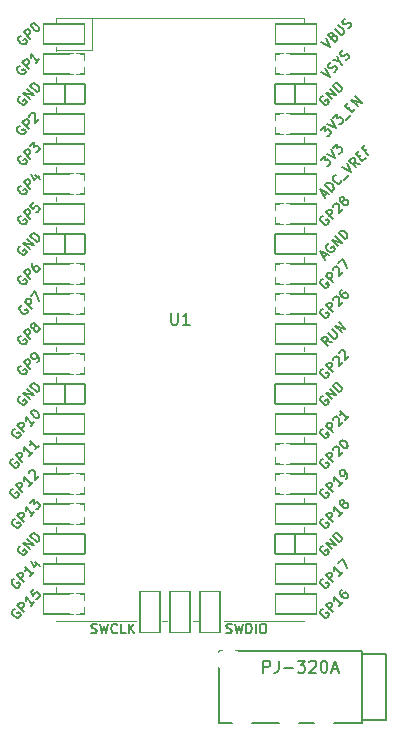
<source format=gbr>
%TF.GenerationSoftware,KiCad,Pcbnew,6.0.7-1.fc36*%
%TF.CreationDate,2022-09-26T09:29:46-04:00*%
%TF.ProjectId,junk,6a756e6b-2e6b-4696-9361-645f70636258,v1.0.0*%
%TF.SameCoordinates,Original*%
%TF.FileFunction,Legend,Top*%
%TF.FilePolarity,Positive*%
%FSLAX46Y46*%
G04 Gerber Fmt 4.6, Leading zero omitted, Abs format (unit mm)*
G04 Created by KiCad (PCBNEW 6.0.7-1.fc36) date 2022-09-26 09:29:46*
%MOMM*%
%LPD*%
G01*
G04 APERTURE LIST*
G04 Aperture macros list*
%AMRoundRect*
0 Rectangle with rounded corners*
0 $1 Rounding radius*
0 $2 $3 $4 $5 $6 $7 $8 $9 X,Y pos of 4 corners*
0 Add a 4 corners polygon primitive as box body*
4,1,4,$2,$3,$4,$5,$6,$7,$8,$9,$2,$3,0*
0 Add four circle primitives for the rounded corners*
1,1,$1+$1,$2,$3*
1,1,$1+$1,$4,$5*
1,1,$1+$1,$6,$7*
1,1,$1+$1,$8,$9*
0 Add four rect primitives between the rounded corners*
20,1,$1+$1,$2,$3,$4,$5,0*
20,1,$1+$1,$4,$5,$6,$7,0*
20,1,$1+$1,$6,$7,$8,$9,0*
20,1,$1+$1,$8,$9,$2,$3,0*%
G04 Aperture macros list end*
%ADD10C,0.150000*%
%ADD11C,0.120000*%
%ADD12C,1.800000*%
%ADD13C,3.500000*%
%ADD14C,2.100000*%
%ADD15C,1.600000*%
%ADD16O,2.300000X1.700000*%
%ADD17O,1.600000X1.600000*%
%ADD18O,1.900000X1.900000*%
%ADD19O,1.800000X1.800000*%
%ADD20RoundRect,0.050000X-1.750000X-0.850000X1.750000X-0.850000X1.750000X0.850000X-1.750000X0.850000X0*%
%ADD21RoundRect,0.050000X-0.850000X-0.850000X0.850000X-0.850000X0.850000X0.850000X-0.850000X0.850000X0*%
%ADD22RoundRect,0.050000X0.850000X-1.750000X0.850000X1.750000X-0.850000X1.750000X-0.850000X-1.750000X0*%
G04 APERTURE END LIST*
D10*
%TO.C,U2*%
X281090952Y-186712380D02*
X281090952Y-185712380D01*
X281471904Y-185712380D01*
X281567142Y-185760000D01*
X281614761Y-185807619D01*
X281662380Y-185902857D01*
X281662380Y-186045714D01*
X281614761Y-186140952D01*
X281567142Y-186188571D01*
X281471904Y-186236190D01*
X281090952Y-186236190D01*
X282376666Y-185712380D02*
X282376666Y-186426666D01*
X282329047Y-186569523D01*
X282233809Y-186664761D01*
X282090952Y-186712380D01*
X281995714Y-186712380D01*
X282852857Y-186331428D02*
X283614761Y-186331428D01*
X283995714Y-185712380D02*
X284614761Y-185712380D01*
X284281428Y-186093333D01*
X284424285Y-186093333D01*
X284519523Y-186140952D01*
X284567142Y-186188571D01*
X284614761Y-186283809D01*
X284614761Y-186521904D01*
X284567142Y-186617142D01*
X284519523Y-186664761D01*
X284424285Y-186712380D01*
X284138571Y-186712380D01*
X284043333Y-186664761D01*
X283995714Y-186617142D01*
X284995714Y-185807619D02*
X285043333Y-185760000D01*
X285138571Y-185712380D01*
X285376666Y-185712380D01*
X285471904Y-185760000D01*
X285519523Y-185807619D01*
X285567142Y-185902857D01*
X285567142Y-185998095D01*
X285519523Y-186140952D01*
X284948095Y-186712380D01*
X285567142Y-186712380D01*
X286186190Y-185712380D02*
X286281428Y-185712380D01*
X286376666Y-185760000D01*
X286424285Y-185807619D01*
X286471904Y-185902857D01*
X286519523Y-186093333D01*
X286519523Y-186331428D01*
X286471904Y-186521904D01*
X286424285Y-186617142D01*
X286376666Y-186664761D01*
X286281428Y-186712380D01*
X286186190Y-186712380D01*
X286090952Y-186664761D01*
X286043333Y-186617142D01*
X285995714Y-186521904D01*
X285948095Y-186331428D01*
X285948095Y-186093333D01*
X285995714Y-185902857D01*
X286043333Y-185807619D01*
X286090952Y-185760000D01*
X286186190Y-185712380D01*
X286900476Y-186426666D02*
X287376666Y-186426666D01*
X286805238Y-186712380D02*
X287138571Y-185712380D01*
X287471904Y-186712380D01*
%TO.C,U1*%
X273278095Y-156252380D02*
X273278095Y-157061904D01*
X273325714Y-157157142D01*
X273373333Y-157204761D01*
X273468571Y-157252380D01*
X273659047Y-157252380D01*
X273754285Y-157204761D01*
X273801904Y-157157142D01*
X273849523Y-157061904D01*
X273849523Y-156252380D01*
X274849523Y-157252380D02*
X274278095Y-157252380D01*
X274563809Y-157252380D02*
X274563809Y-156252380D01*
X274468571Y-156395238D01*
X274373333Y-156490476D01*
X274278095Y-156538095D01*
X286137722Y-166090592D02*
X286056910Y-166117529D01*
X285976097Y-166198341D01*
X285922223Y-166306091D01*
X285922223Y-166413841D01*
X285949160Y-166494653D01*
X286029972Y-166629340D01*
X286110784Y-166710152D01*
X286245471Y-166790964D01*
X286326284Y-166817902D01*
X286434033Y-166817902D01*
X286541783Y-166764027D01*
X286595658Y-166710152D01*
X286649532Y-166602402D01*
X286649532Y-166548528D01*
X286460971Y-166359966D01*
X286353221Y-166467715D01*
X286945844Y-166359966D02*
X286380158Y-165794280D01*
X286595658Y-165578781D01*
X286676470Y-165551844D01*
X286730345Y-165551844D01*
X286811157Y-165578781D01*
X286891969Y-165659593D01*
X286918906Y-165740406D01*
X286918906Y-165794280D01*
X286891969Y-165875093D01*
X286676470Y-166090592D01*
X286972781Y-165309407D02*
X286972781Y-165255532D01*
X286999719Y-165174720D01*
X287134406Y-165040033D01*
X287215218Y-165013096D01*
X287269093Y-165013096D01*
X287349905Y-165040033D01*
X287403780Y-165093908D01*
X287457654Y-165201658D01*
X287457654Y-165848155D01*
X287807841Y-165497969D01*
X288346589Y-164959221D02*
X288023340Y-165282470D01*
X288184964Y-165120845D02*
X287619279Y-164555160D01*
X287646216Y-164689847D01*
X287646216Y-164797597D01*
X287619279Y-164878409D01*
X286137722Y-173700592D02*
X286056910Y-173727529D01*
X285976097Y-173808341D01*
X285922223Y-173916091D01*
X285922223Y-174023841D01*
X285949160Y-174104653D01*
X286029972Y-174239340D01*
X286110784Y-174320152D01*
X286245471Y-174400964D01*
X286326284Y-174427902D01*
X286434033Y-174427902D01*
X286541783Y-174374027D01*
X286595658Y-174320152D01*
X286649532Y-174212402D01*
X286649532Y-174158528D01*
X286460971Y-173969966D01*
X286353221Y-174077715D01*
X286945844Y-173969966D02*
X286380158Y-173404280D01*
X286595658Y-173188781D01*
X286676470Y-173161844D01*
X286730345Y-173161844D01*
X286811157Y-173188781D01*
X286891969Y-173269593D01*
X286918906Y-173350406D01*
X286918906Y-173404280D01*
X286891969Y-173485093D01*
X286676470Y-173700592D01*
X287807841Y-173107969D02*
X287484592Y-173431218D01*
X287646216Y-173269593D02*
X287080531Y-172703908D01*
X287107468Y-172838595D01*
X287107468Y-172946345D01*
X287080531Y-173027157D01*
X287807841Y-172461471D02*
X287727028Y-172488409D01*
X287673154Y-172488409D01*
X287592341Y-172461471D01*
X287565404Y-172434534D01*
X287538467Y-172353722D01*
X287538467Y-172299847D01*
X287565404Y-172219035D01*
X287673154Y-172111285D01*
X287753966Y-172084348D01*
X287807841Y-172084348D01*
X287888653Y-172111285D01*
X287915590Y-172138223D01*
X287942528Y-172219035D01*
X287942528Y-172272910D01*
X287915590Y-172353722D01*
X287807841Y-172461471D01*
X287780903Y-172542284D01*
X287780903Y-172596158D01*
X287807841Y-172676971D01*
X287915590Y-172784720D01*
X287996402Y-172811658D01*
X288050277Y-172811658D01*
X288131089Y-172784720D01*
X288238839Y-172676971D01*
X288265776Y-172596158D01*
X288265776Y-172542284D01*
X288238839Y-172461471D01*
X288131089Y-172353722D01*
X288050277Y-172326784D01*
X287996402Y-172326784D01*
X287915590Y-172353722D01*
X286191597Y-151540964D02*
X286460971Y-151271590D01*
X286299346Y-151756463D02*
X285922223Y-151002216D01*
X286676470Y-151379340D01*
X286622595Y-150355719D02*
X286541783Y-150382656D01*
X286460971Y-150463468D01*
X286407096Y-150571218D01*
X286407096Y-150678967D01*
X286434033Y-150759780D01*
X286514845Y-150894467D01*
X286595658Y-150975279D01*
X286730345Y-151056091D01*
X286811157Y-151083028D01*
X286918906Y-151083028D01*
X287026656Y-151029154D01*
X287080531Y-150975279D01*
X287134406Y-150867529D01*
X287134406Y-150813654D01*
X286945844Y-150625093D01*
X286838094Y-150732842D01*
X287430717Y-150625093D02*
X286865032Y-150059407D01*
X287753966Y-150301844D01*
X287188280Y-149736158D01*
X288023340Y-150032470D02*
X287457654Y-149466784D01*
X287592341Y-149332097D01*
X287700091Y-149278223D01*
X287807841Y-149278223D01*
X287888653Y-149305160D01*
X288023340Y-149385972D01*
X288104152Y-149466784D01*
X288184964Y-149601471D01*
X288211902Y-149682284D01*
X288211902Y-149790033D01*
X288158027Y-149897783D01*
X288023340Y-150032470D01*
X286137722Y-181320592D02*
X286056910Y-181347529D01*
X285976097Y-181428341D01*
X285922223Y-181536091D01*
X285922223Y-181643841D01*
X285949160Y-181724653D01*
X286029972Y-181859340D01*
X286110784Y-181940152D01*
X286245471Y-182020964D01*
X286326284Y-182047902D01*
X286434033Y-182047902D01*
X286541783Y-181994027D01*
X286595658Y-181940152D01*
X286649532Y-181832402D01*
X286649532Y-181778528D01*
X286460971Y-181589966D01*
X286353221Y-181697715D01*
X286945844Y-181589966D02*
X286380158Y-181024280D01*
X286595658Y-180808781D01*
X286676470Y-180781844D01*
X286730345Y-180781844D01*
X286811157Y-180808781D01*
X286891969Y-180889593D01*
X286918906Y-180970406D01*
X286918906Y-181024280D01*
X286891969Y-181105093D01*
X286676470Y-181320592D01*
X287807841Y-180727969D02*
X287484592Y-181051218D01*
X287646216Y-180889593D02*
X287080531Y-180323908D01*
X287107468Y-180458595D01*
X287107468Y-180566345D01*
X287080531Y-180647157D01*
X287727028Y-179677410D02*
X287619279Y-179785160D01*
X287592341Y-179865972D01*
X287592341Y-179919847D01*
X287619279Y-180054534D01*
X287700091Y-180189221D01*
X287915590Y-180404720D01*
X287996402Y-180431658D01*
X288050277Y-180431658D01*
X288131089Y-180404720D01*
X288238839Y-180296971D01*
X288265776Y-180216158D01*
X288265776Y-180162284D01*
X288238839Y-180081471D01*
X288104152Y-179946784D01*
X288023340Y-179919847D01*
X287969465Y-179919847D01*
X287888653Y-179946784D01*
X287780903Y-180054534D01*
X287753966Y-180135346D01*
X287753966Y-180189221D01*
X287780903Y-180270033D01*
X260453096Y-135321218D02*
X260372284Y-135348155D01*
X260291471Y-135428967D01*
X260237597Y-135536717D01*
X260237597Y-135644467D01*
X260264534Y-135725279D01*
X260345346Y-135859966D01*
X260426158Y-135940778D01*
X260560845Y-136021590D01*
X260641658Y-136048528D01*
X260749407Y-136048528D01*
X260857157Y-135994653D01*
X260911032Y-135940778D01*
X260964906Y-135833028D01*
X260964906Y-135779154D01*
X260776345Y-135590592D01*
X260668595Y-135698341D01*
X261261218Y-135590592D02*
X260695532Y-135024906D01*
X260911032Y-134809407D01*
X260991844Y-134782470D01*
X261045719Y-134782470D01*
X261126531Y-134809407D01*
X261207343Y-134890219D01*
X261234280Y-134971032D01*
X261234280Y-135024906D01*
X261207343Y-135105719D01*
X260991844Y-135321218D01*
X262123215Y-134728595D02*
X261799966Y-135051844D01*
X261961590Y-134890219D02*
X261395905Y-134324534D01*
X261422842Y-134459221D01*
X261422842Y-134566971D01*
X261395905Y-134647783D01*
X260029722Y-181320592D02*
X259948910Y-181347529D01*
X259868097Y-181428341D01*
X259814223Y-181536091D01*
X259814223Y-181643841D01*
X259841160Y-181724653D01*
X259921972Y-181859340D01*
X260002784Y-181940152D01*
X260137471Y-182020964D01*
X260218284Y-182047902D01*
X260326033Y-182047902D01*
X260433783Y-181994027D01*
X260487658Y-181940152D01*
X260541532Y-181832402D01*
X260541532Y-181778528D01*
X260352971Y-181589966D01*
X260245221Y-181697715D01*
X260837844Y-181589966D02*
X260272158Y-181024280D01*
X260487658Y-180808781D01*
X260568470Y-180781844D01*
X260622345Y-180781844D01*
X260703157Y-180808781D01*
X260783969Y-180889593D01*
X260810906Y-180970406D01*
X260810906Y-181024280D01*
X260783969Y-181105093D01*
X260568470Y-181320592D01*
X261699841Y-180727969D02*
X261376592Y-181051218D01*
X261538216Y-180889593D02*
X260972531Y-180323908D01*
X260999468Y-180458595D01*
X260999468Y-180566345D01*
X260972531Y-180647157D01*
X261645966Y-179650473D02*
X261376592Y-179919847D01*
X261619028Y-180216158D01*
X261619028Y-180162284D01*
X261645966Y-180081471D01*
X261780653Y-179946784D01*
X261861465Y-179919847D01*
X261915340Y-179919847D01*
X261996152Y-179946784D01*
X262130839Y-180081471D01*
X262157776Y-180162284D01*
X262157776Y-180216158D01*
X262130839Y-180296971D01*
X261996152Y-180431658D01*
X261915340Y-180458595D01*
X261861465Y-180458595D01*
X260526158Y-175998155D02*
X260445346Y-176025093D01*
X260364534Y-176105905D01*
X260310659Y-176213654D01*
X260310659Y-176321404D01*
X260337597Y-176402216D01*
X260418409Y-176536903D01*
X260499221Y-176617715D01*
X260633908Y-176698528D01*
X260714720Y-176725465D01*
X260822470Y-176725465D01*
X260930219Y-176671590D01*
X260984094Y-176617715D01*
X261037969Y-176509966D01*
X261037969Y-176456091D01*
X260849407Y-176267529D01*
X260741658Y-176375279D01*
X261334280Y-176267529D02*
X260768595Y-175701844D01*
X261657529Y-175944280D01*
X261091844Y-175378595D01*
X261926903Y-175674906D02*
X261361218Y-175109221D01*
X261495905Y-174974534D01*
X261603654Y-174920659D01*
X261711404Y-174920659D01*
X261792216Y-174947597D01*
X261926903Y-175028409D01*
X262007715Y-175109221D01*
X262088528Y-175243908D01*
X262115465Y-175324720D01*
X262115465Y-175432470D01*
X262061590Y-175540219D01*
X261926903Y-175674906D01*
X277944761Y-183323809D02*
X278059047Y-183361904D01*
X278249523Y-183361904D01*
X278325714Y-183323809D01*
X278363809Y-183285714D01*
X278401904Y-183209523D01*
X278401904Y-183133333D01*
X278363809Y-183057142D01*
X278325714Y-183019047D01*
X278249523Y-182980952D01*
X278097142Y-182942857D01*
X278020952Y-182904761D01*
X277982857Y-182866666D01*
X277944761Y-182790476D01*
X277944761Y-182714285D01*
X277982857Y-182638095D01*
X278020952Y-182600000D01*
X278097142Y-182561904D01*
X278287619Y-182561904D01*
X278401904Y-182600000D01*
X278668571Y-182561904D02*
X278859047Y-183361904D01*
X279011428Y-182790476D01*
X279163809Y-183361904D01*
X279354285Y-182561904D01*
X279659047Y-183361904D02*
X279659047Y-182561904D01*
X279849523Y-182561904D01*
X279963809Y-182600000D01*
X280040000Y-182676190D01*
X280078095Y-182752380D01*
X280116190Y-182904761D01*
X280116190Y-183019047D01*
X280078095Y-183171428D01*
X280040000Y-183247619D01*
X279963809Y-183323809D01*
X279849523Y-183361904D01*
X279659047Y-183361904D01*
X280459047Y-183361904D02*
X280459047Y-182561904D01*
X280992380Y-182561904D02*
X281144761Y-182561904D01*
X281220952Y-182600000D01*
X281297142Y-182676190D01*
X281335238Y-182828571D01*
X281335238Y-183095238D01*
X281297142Y-183247619D01*
X281220952Y-183323809D01*
X281144761Y-183361904D01*
X280992380Y-183361904D01*
X280916190Y-183323809D01*
X280840000Y-183247619D01*
X280801904Y-183095238D01*
X280801904Y-182828571D01*
X280840000Y-182676190D01*
X280916190Y-182600000D01*
X280992380Y-182561904D01*
X286126158Y-175998155D02*
X286045346Y-176025093D01*
X285964534Y-176105905D01*
X285910659Y-176213654D01*
X285910659Y-176321404D01*
X285937597Y-176402216D01*
X286018409Y-176536903D01*
X286099221Y-176617715D01*
X286233908Y-176698528D01*
X286314720Y-176725465D01*
X286422470Y-176725465D01*
X286530219Y-176671590D01*
X286584094Y-176617715D01*
X286637969Y-176509966D01*
X286637969Y-176456091D01*
X286449407Y-176267529D01*
X286341658Y-176375279D01*
X286934280Y-176267529D02*
X286368595Y-175701844D01*
X287257529Y-175944280D01*
X286691844Y-175378595D01*
X287526903Y-175674906D02*
X286961218Y-175109221D01*
X287095905Y-174974534D01*
X287203654Y-174920659D01*
X287311404Y-174920659D01*
X287392216Y-174947597D01*
X287526903Y-175028409D01*
X287607715Y-175109221D01*
X287688528Y-175243908D01*
X287715465Y-175324720D01*
X287715465Y-175432470D01*
X287661590Y-175540219D01*
X287526903Y-175674906D01*
X259883722Y-168620592D02*
X259802910Y-168647529D01*
X259722097Y-168728341D01*
X259668223Y-168836091D01*
X259668223Y-168943841D01*
X259695160Y-169024653D01*
X259775972Y-169159340D01*
X259856784Y-169240152D01*
X259991471Y-169320964D01*
X260072284Y-169347902D01*
X260180033Y-169347902D01*
X260287783Y-169294027D01*
X260341658Y-169240152D01*
X260395532Y-169132402D01*
X260395532Y-169078528D01*
X260206971Y-168889966D01*
X260099221Y-168997715D01*
X260691844Y-168889966D02*
X260126158Y-168324280D01*
X260341658Y-168108781D01*
X260422470Y-168081844D01*
X260476345Y-168081844D01*
X260557157Y-168108781D01*
X260637969Y-168189593D01*
X260664906Y-168270406D01*
X260664906Y-168324280D01*
X260637969Y-168405093D01*
X260422470Y-168620592D01*
X261553841Y-168027969D02*
X261230592Y-168351218D01*
X261392216Y-168189593D02*
X260826531Y-167623908D01*
X260853468Y-167758595D01*
X260853468Y-167866345D01*
X260826531Y-167947157D01*
X262092589Y-167489221D02*
X261769340Y-167812470D01*
X261930964Y-167650845D02*
X261365279Y-167085160D01*
X261392216Y-167219847D01*
X261392216Y-167327597D01*
X261365279Y-167408409D01*
X286878375Y-158743435D02*
X286420439Y-158662622D01*
X286555126Y-159066683D02*
X285989441Y-158500998D01*
X286204940Y-158285499D01*
X286285752Y-158258561D01*
X286339627Y-158258561D01*
X286420439Y-158285499D01*
X286501251Y-158366311D01*
X286528189Y-158447123D01*
X286528189Y-158500998D01*
X286501251Y-158581810D01*
X286285752Y-158797309D01*
X286555126Y-157935312D02*
X287013062Y-158393248D01*
X287093874Y-158420186D01*
X287147749Y-158420186D01*
X287228561Y-158393248D01*
X287336311Y-158285499D01*
X287363248Y-158204687D01*
X287363248Y-158150812D01*
X287336311Y-158070000D01*
X286878375Y-157612064D01*
X287713435Y-157908375D02*
X287147749Y-157342690D01*
X288036683Y-157585126D01*
X287470998Y-157019441D01*
X286137722Y-161000592D02*
X286056910Y-161027529D01*
X285976097Y-161108341D01*
X285922223Y-161216091D01*
X285922223Y-161323841D01*
X285949160Y-161404653D01*
X286029972Y-161539340D01*
X286110784Y-161620152D01*
X286245471Y-161700964D01*
X286326284Y-161727902D01*
X286434033Y-161727902D01*
X286541783Y-161674027D01*
X286595658Y-161620152D01*
X286649532Y-161512402D01*
X286649532Y-161458528D01*
X286460971Y-161269966D01*
X286353221Y-161377715D01*
X286945844Y-161269966D02*
X286380158Y-160704280D01*
X286595658Y-160488781D01*
X286676470Y-160461844D01*
X286730345Y-160461844D01*
X286811157Y-160488781D01*
X286891969Y-160569593D01*
X286918906Y-160650406D01*
X286918906Y-160704280D01*
X286891969Y-160785093D01*
X286676470Y-161000592D01*
X286972781Y-160219407D02*
X286972781Y-160165532D01*
X286999719Y-160084720D01*
X287134406Y-159950033D01*
X287215218Y-159923096D01*
X287269093Y-159923096D01*
X287349905Y-159950033D01*
X287403780Y-160003908D01*
X287457654Y-160111658D01*
X287457654Y-160758155D01*
X287807841Y-160407969D01*
X287511529Y-159680659D02*
X287511529Y-159626784D01*
X287538467Y-159545972D01*
X287673154Y-159411285D01*
X287753966Y-159384348D01*
X287807841Y-159384348D01*
X287888653Y-159411285D01*
X287942528Y-159465160D01*
X287996402Y-159572910D01*
X287996402Y-160219407D01*
X288346589Y-159869221D01*
X286137722Y-148046592D02*
X286056910Y-148073529D01*
X285976097Y-148154341D01*
X285922223Y-148262091D01*
X285922223Y-148369841D01*
X285949160Y-148450653D01*
X286029972Y-148585340D01*
X286110784Y-148666152D01*
X286245471Y-148746964D01*
X286326284Y-148773902D01*
X286434033Y-148773902D01*
X286541783Y-148720027D01*
X286595658Y-148666152D01*
X286649532Y-148558402D01*
X286649532Y-148504528D01*
X286460971Y-148315966D01*
X286353221Y-148423715D01*
X286945844Y-148315966D02*
X286380158Y-147750280D01*
X286595658Y-147534781D01*
X286676470Y-147507844D01*
X286730345Y-147507844D01*
X286811157Y-147534781D01*
X286891969Y-147615593D01*
X286918906Y-147696406D01*
X286918906Y-147750280D01*
X286891969Y-147831093D01*
X286676470Y-148046592D01*
X286972781Y-147265407D02*
X286972781Y-147211532D01*
X286999719Y-147130720D01*
X287134406Y-146996033D01*
X287215218Y-146969096D01*
X287269093Y-146969096D01*
X287349905Y-146996033D01*
X287403780Y-147049908D01*
X287457654Y-147157658D01*
X287457654Y-147804155D01*
X287807841Y-147453969D01*
X287807841Y-146807471D02*
X287727028Y-146834409D01*
X287673154Y-146834409D01*
X287592341Y-146807471D01*
X287565404Y-146780534D01*
X287538467Y-146699722D01*
X287538467Y-146645847D01*
X287565404Y-146565035D01*
X287673154Y-146457285D01*
X287753966Y-146430348D01*
X287807841Y-146430348D01*
X287888653Y-146457285D01*
X287915590Y-146484223D01*
X287942528Y-146565035D01*
X287942528Y-146618910D01*
X287915590Y-146699722D01*
X287807841Y-146807471D01*
X287780903Y-146888284D01*
X287780903Y-146942158D01*
X287807841Y-147022971D01*
X287915590Y-147130720D01*
X287996402Y-147157658D01*
X288050277Y-147157658D01*
X288131089Y-147130720D01*
X288238839Y-147022971D01*
X288265776Y-146942158D01*
X288265776Y-146888284D01*
X288238839Y-146807471D01*
X288131089Y-146699722D01*
X288050277Y-146672784D01*
X287996402Y-146672784D01*
X287915590Y-146699722D01*
X260526158Y-150598155D02*
X260445346Y-150625093D01*
X260364534Y-150705905D01*
X260310659Y-150813654D01*
X260310659Y-150921404D01*
X260337597Y-151002216D01*
X260418409Y-151136903D01*
X260499221Y-151217715D01*
X260633908Y-151298528D01*
X260714720Y-151325465D01*
X260822470Y-151325465D01*
X260930219Y-151271590D01*
X260984094Y-151217715D01*
X261037969Y-151109966D01*
X261037969Y-151056091D01*
X260849407Y-150867529D01*
X260741658Y-150975279D01*
X261334280Y-150867529D02*
X260768595Y-150301844D01*
X261657529Y-150544280D01*
X261091844Y-149978595D01*
X261926903Y-150274906D02*
X261361218Y-149709221D01*
X261495905Y-149574534D01*
X261603654Y-149520659D01*
X261711404Y-149520659D01*
X261792216Y-149547597D01*
X261926903Y-149628409D01*
X262007715Y-149709221D01*
X262088528Y-149843908D01*
X262115465Y-149924720D01*
X262115465Y-150032470D01*
X262061590Y-150140219D01*
X261926903Y-150274906D01*
X260553096Y-153111218D02*
X260472284Y-153138155D01*
X260391471Y-153218967D01*
X260337597Y-153326717D01*
X260337597Y-153434467D01*
X260364534Y-153515279D01*
X260445346Y-153649966D01*
X260526158Y-153730778D01*
X260660845Y-153811590D01*
X260741658Y-153838528D01*
X260849407Y-153838528D01*
X260957157Y-153784653D01*
X261011032Y-153730778D01*
X261064906Y-153623028D01*
X261064906Y-153569154D01*
X260876345Y-153380592D01*
X260768595Y-153488341D01*
X261361218Y-153380592D02*
X260795532Y-152814906D01*
X261011032Y-152599407D01*
X261091844Y-152572470D01*
X261145719Y-152572470D01*
X261226531Y-152599407D01*
X261307343Y-152680219D01*
X261334280Y-152761032D01*
X261334280Y-152814906D01*
X261307343Y-152895719D01*
X261091844Y-153111218D01*
X261603654Y-152006784D02*
X261495905Y-152114534D01*
X261468967Y-152195346D01*
X261468967Y-152249221D01*
X261495905Y-152383908D01*
X261576717Y-152518595D01*
X261792216Y-152734094D01*
X261873028Y-152761032D01*
X261926903Y-152761032D01*
X262007715Y-152734094D01*
X262115465Y-152626345D01*
X262142402Y-152545532D01*
X262142402Y-152491658D01*
X262115465Y-152410845D01*
X261980778Y-152276158D01*
X261899966Y-152249221D01*
X261846091Y-152249221D01*
X261765279Y-152276158D01*
X261657529Y-152383908D01*
X261630592Y-152464720D01*
X261630592Y-152518595D01*
X261657529Y-152599407D01*
X286194788Y-146333773D02*
X286464162Y-146064399D01*
X286302537Y-146549272D02*
X285925414Y-145795025D01*
X286679661Y-146172149D01*
X286868223Y-145983587D02*
X286302537Y-145417902D01*
X286437224Y-145283215D01*
X286544974Y-145229340D01*
X286652723Y-145229340D01*
X286733536Y-145256277D01*
X286868223Y-145337089D01*
X286949035Y-145417902D01*
X287029847Y-145552589D01*
X287056784Y-145633401D01*
X287056784Y-145741150D01*
X287002910Y-145848900D01*
X286868223Y-145983587D01*
X287703282Y-145040778D02*
X287703282Y-145094653D01*
X287649407Y-145202402D01*
X287595532Y-145256277D01*
X287487783Y-145310152D01*
X287380033Y-145310152D01*
X287299221Y-145283215D01*
X287164534Y-145202402D01*
X287083722Y-145121590D01*
X287002910Y-144986903D01*
X286975972Y-144906091D01*
X286975972Y-144798341D01*
X287029847Y-144690592D01*
X287083722Y-144636717D01*
X287191471Y-144582842D01*
X287245346Y-144582842D01*
X287918781Y-145040778D02*
X288349780Y-144609780D01*
X287784094Y-143936345D02*
X288538341Y-144313468D01*
X288161218Y-143559221D01*
X289238714Y-143613096D02*
X288780778Y-143532284D01*
X288915465Y-143936345D02*
X288349780Y-143370659D01*
X288565279Y-143155160D01*
X288646091Y-143128223D01*
X288699966Y-143128223D01*
X288780778Y-143155160D01*
X288861590Y-143235972D01*
X288888528Y-143316784D01*
X288888528Y-143370659D01*
X288861590Y-143451471D01*
X288646091Y-143666971D01*
X289184839Y-143074348D02*
X289373401Y-142885786D01*
X289750524Y-143101285D02*
X289481150Y-143370659D01*
X288915465Y-142804974D01*
X289184839Y-142535600D01*
X289885211Y-142373975D02*
X289696650Y-142562537D01*
X289992961Y-142858849D02*
X289427276Y-142293163D01*
X289696650Y-142023789D01*
X260553096Y-142951218D02*
X260472284Y-142978155D01*
X260391471Y-143058967D01*
X260337597Y-143166717D01*
X260337597Y-143274467D01*
X260364534Y-143355279D01*
X260445346Y-143489966D01*
X260526158Y-143570778D01*
X260660845Y-143651590D01*
X260741658Y-143678528D01*
X260849407Y-143678528D01*
X260957157Y-143624653D01*
X261011032Y-143570778D01*
X261064906Y-143463028D01*
X261064906Y-143409154D01*
X260876345Y-143220592D01*
X260768595Y-143328341D01*
X261361218Y-143220592D02*
X260795532Y-142654906D01*
X261011032Y-142439407D01*
X261091844Y-142412470D01*
X261145719Y-142412470D01*
X261226531Y-142439407D01*
X261307343Y-142520219D01*
X261334280Y-142601032D01*
X261334280Y-142654906D01*
X261307343Y-142735719D01*
X261091844Y-142951218D01*
X261307343Y-142143096D02*
X261657529Y-141792910D01*
X261684467Y-142196971D01*
X261765279Y-142116158D01*
X261846091Y-142089221D01*
X261899966Y-142089221D01*
X261980778Y-142116158D01*
X262115465Y-142250845D01*
X262142402Y-142331658D01*
X262142402Y-142385532D01*
X262115465Y-142466345D01*
X261953841Y-142627969D01*
X261873028Y-142654906D01*
X261819154Y-142654906D01*
X260553096Y-158191218D02*
X260472284Y-158218155D01*
X260391471Y-158298967D01*
X260337597Y-158406717D01*
X260337597Y-158514467D01*
X260364534Y-158595279D01*
X260445346Y-158729966D01*
X260526158Y-158810778D01*
X260660845Y-158891590D01*
X260741658Y-158918528D01*
X260849407Y-158918528D01*
X260957157Y-158864653D01*
X261011032Y-158810778D01*
X261064906Y-158703028D01*
X261064906Y-158649154D01*
X260876345Y-158460592D01*
X260768595Y-158568341D01*
X261361218Y-158460592D02*
X260795532Y-157894906D01*
X261011032Y-157679407D01*
X261091844Y-157652470D01*
X261145719Y-157652470D01*
X261226531Y-157679407D01*
X261307343Y-157760219D01*
X261334280Y-157841032D01*
X261334280Y-157894906D01*
X261307343Y-157975719D01*
X261091844Y-158191218D01*
X261684467Y-157490845D02*
X261603654Y-157517783D01*
X261549780Y-157517783D01*
X261468967Y-157490845D01*
X261442030Y-157463908D01*
X261415093Y-157383096D01*
X261415093Y-157329221D01*
X261442030Y-157248409D01*
X261549780Y-157140659D01*
X261630592Y-157113722D01*
X261684467Y-157113722D01*
X261765279Y-157140659D01*
X261792216Y-157167597D01*
X261819154Y-157248409D01*
X261819154Y-157302284D01*
X261792216Y-157383096D01*
X261684467Y-157490845D01*
X261657529Y-157571658D01*
X261657529Y-157625532D01*
X261684467Y-157706345D01*
X261792216Y-157814094D01*
X261873028Y-157841032D01*
X261926903Y-157841032D01*
X262007715Y-157814094D01*
X262115465Y-157706345D01*
X262142402Y-157625532D01*
X262142402Y-157571658D01*
X262115465Y-157490845D01*
X262007715Y-157383096D01*
X261926903Y-157356158D01*
X261873028Y-157356158D01*
X261792216Y-157383096D01*
X259883722Y-171160592D02*
X259802910Y-171187529D01*
X259722097Y-171268341D01*
X259668223Y-171376091D01*
X259668223Y-171483841D01*
X259695160Y-171564653D01*
X259775972Y-171699340D01*
X259856784Y-171780152D01*
X259991471Y-171860964D01*
X260072284Y-171887902D01*
X260180033Y-171887902D01*
X260287783Y-171834027D01*
X260341658Y-171780152D01*
X260395532Y-171672402D01*
X260395532Y-171618528D01*
X260206971Y-171429966D01*
X260099221Y-171537715D01*
X260691844Y-171429966D02*
X260126158Y-170864280D01*
X260341658Y-170648781D01*
X260422470Y-170621844D01*
X260476345Y-170621844D01*
X260557157Y-170648781D01*
X260637969Y-170729593D01*
X260664906Y-170810406D01*
X260664906Y-170864280D01*
X260637969Y-170945093D01*
X260422470Y-171160592D01*
X261553841Y-170567969D02*
X261230592Y-170891218D01*
X261392216Y-170729593D02*
X260826531Y-170163908D01*
X260853468Y-170298595D01*
X260853468Y-170406345D01*
X260826531Y-170487157D01*
X261257529Y-169840659D02*
X261257529Y-169786784D01*
X261284467Y-169705972D01*
X261419154Y-169571285D01*
X261499966Y-169544348D01*
X261553841Y-169544348D01*
X261634653Y-169571285D01*
X261688528Y-169625160D01*
X261742402Y-169732910D01*
X261742402Y-170379407D01*
X262092589Y-170029221D01*
X285993129Y-133327309D02*
X286747377Y-133704433D01*
X286370253Y-132950186D01*
X287016751Y-132842436D02*
X287124500Y-132788561D01*
X287178375Y-132788561D01*
X287259187Y-132815499D01*
X287340000Y-132896311D01*
X287366937Y-132977123D01*
X287366937Y-133030998D01*
X287340000Y-133111810D01*
X287124500Y-133327309D01*
X286558815Y-132761624D01*
X286747377Y-132573062D01*
X286828189Y-132546125D01*
X286882064Y-132546125D01*
X286962876Y-132573062D01*
X287016751Y-132626937D01*
X287043688Y-132707749D01*
X287043688Y-132761624D01*
X287016751Y-132842436D01*
X286828189Y-133030998D01*
X287124500Y-132195938D02*
X287582436Y-132653874D01*
X287663248Y-132680812D01*
X287717123Y-132680812D01*
X287797935Y-132653874D01*
X287905685Y-132546125D01*
X287932622Y-132465312D01*
X287932622Y-132411438D01*
X287905685Y-132330625D01*
X287447749Y-131872690D01*
X288228934Y-132169001D02*
X288336683Y-132115126D01*
X288471370Y-131980439D01*
X288498308Y-131899627D01*
X288498308Y-131845752D01*
X288471370Y-131764940D01*
X288417496Y-131711065D01*
X288336683Y-131684128D01*
X288282809Y-131684128D01*
X288201996Y-131711065D01*
X288067309Y-131791877D01*
X287986497Y-131818815D01*
X287932622Y-131818815D01*
X287851810Y-131791877D01*
X287797935Y-131738003D01*
X287770998Y-131657190D01*
X287770998Y-131603316D01*
X287797935Y-131522503D01*
X287932622Y-131387816D01*
X288040372Y-131333942D01*
X260526158Y-163298155D02*
X260445346Y-163325093D01*
X260364534Y-163405905D01*
X260310659Y-163513654D01*
X260310659Y-163621404D01*
X260337597Y-163702216D01*
X260418409Y-163836903D01*
X260499221Y-163917715D01*
X260633908Y-163998528D01*
X260714720Y-164025465D01*
X260822470Y-164025465D01*
X260930219Y-163971590D01*
X260984094Y-163917715D01*
X261037969Y-163809966D01*
X261037969Y-163756091D01*
X260849407Y-163567529D01*
X260741658Y-163675279D01*
X261334280Y-163567529D02*
X260768595Y-163001844D01*
X261657529Y-163244280D01*
X261091844Y-162678595D01*
X261926903Y-162974906D02*
X261361218Y-162409221D01*
X261495905Y-162274534D01*
X261603654Y-162220659D01*
X261711404Y-162220659D01*
X261792216Y-162247597D01*
X261926903Y-162328409D01*
X262007715Y-162409221D01*
X262088528Y-162543908D01*
X262115465Y-162624720D01*
X262115465Y-162732470D01*
X262061590Y-162840219D01*
X261926903Y-162974906D01*
X286126158Y-163298155D02*
X286045346Y-163325093D01*
X285964534Y-163405905D01*
X285910659Y-163513654D01*
X285910659Y-163621404D01*
X285937597Y-163702216D01*
X286018409Y-163836903D01*
X286099221Y-163917715D01*
X286233908Y-163998528D01*
X286314720Y-164025465D01*
X286422470Y-164025465D01*
X286530219Y-163971590D01*
X286584094Y-163917715D01*
X286637969Y-163809966D01*
X286637969Y-163756091D01*
X286449407Y-163567529D01*
X286341658Y-163675279D01*
X286934280Y-163567529D02*
X286368595Y-163001844D01*
X287257529Y-163244280D01*
X286691844Y-162678595D01*
X287526903Y-162974906D02*
X286961218Y-162409221D01*
X287095905Y-162274534D01*
X287203654Y-162220659D01*
X287311404Y-162220659D01*
X287392216Y-162247597D01*
X287526903Y-162328409D01*
X287607715Y-162409221D01*
X287688528Y-162543908D01*
X287715465Y-162624720D01*
X287715465Y-162732470D01*
X287661590Y-162840219D01*
X287526903Y-162974906D01*
X260526158Y-137898155D02*
X260445346Y-137925093D01*
X260364534Y-138005905D01*
X260310659Y-138113654D01*
X260310659Y-138221404D01*
X260337597Y-138302216D01*
X260418409Y-138436903D01*
X260499221Y-138517715D01*
X260633908Y-138598528D01*
X260714720Y-138625465D01*
X260822470Y-138625465D01*
X260930219Y-138571590D01*
X260984094Y-138517715D01*
X261037969Y-138409966D01*
X261037969Y-138356091D01*
X260849407Y-138167529D01*
X260741658Y-138275279D01*
X261334280Y-138167529D02*
X260768595Y-137601844D01*
X261657529Y-137844280D01*
X261091844Y-137278595D01*
X261926903Y-137574906D02*
X261361218Y-137009221D01*
X261495905Y-136874534D01*
X261603654Y-136820659D01*
X261711404Y-136820659D01*
X261792216Y-136847597D01*
X261926903Y-136928409D01*
X262007715Y-137009221D01*
X262088528Y-137143908D01*
X262115465Y-137224720D01*
X262115465Y-137332470D01*
X262061590Y-137440219D01*
X261926903Y-137574906D01*
X285929847Y-143290592D02*
X286280033Y-142940406D01*
X286306971Y-143344467D01*
X286387783Y-143263654D01*
X286468595Y-143236717D01*
X286522470Y-143236717D01*
X286603282Y-143263654D01*
X286737969Y-143398341D01*
X286764906Y-143479154D01*
X286764906Y-143533028D01*
X286737969Y-143613841D01*
X286576345Y-143775465D01*
X286495532Y-143802402D01*
X286441658Y-143802402D01*
X286441658Y-142778781D02*
X287195905Y-143155905D01*
X286818781Y-142401658D01*
X286953468Y-142266971D02*
X287303654Y-141916784D01*
X287330592Y-142320845D01*
X287411404Y-142240033D01*
X287492216Y-142213096D01*
X287546091Y-142213096D01*
X287626903Y-142240033D01*
X287761590Y-142374720D01*
X287788528Y-142455532D01*
X287788528Y-142509407D01*
X287761590Y-142590219D01*
X287599966Y-142751844D01*
X287519154Y-142778781D01*
X287465279Y-142778781D01*
X260553096Y-148031218D02*
X260472284Y-148058155D01*
X260391471Y-148138967D01*
X260337597Y-148246717D01*
X260337597Y-148354467D01*
X260364534Y-148435279D01*
X260445346Y-148569966D01*
X260526158Y-148650778D01*
X260660845Y-148731590D01*
X260741658Y-148758528D01*
X260849407Y-148758528D01*
X260957157Y-148704653D01*
X261011032Y-148650778D01*
X261064906Y-148543028D01*
X261064906Y-148489154D01*
X260876345Y-148300592D01*
X260768595Y-148408341D01*
X261361218Y-148300592D02*
X260795532Y-147734906D01*
X261011032Y-147519407D01*
X261091844Y-147492470D01*
X261145719Y-147492470D01*
X261226531Y-147519407D01*
X261307343Y-147600219D01*
X261334280Y-147681032D01*
X261334280Y-147734906D01*
X261307343Y-147815719D01*
X261091844Y-148031218D01*
X261630592Y-146899847D02*
X261361218Y-147169221D01*
X261603654Y-147465532D01*
X261603654Y-147411658D01*
X261630592Y-147330845D01*
X261765279Y-147196158D01*
X261846091Y-147169221D01*
X261899966Y-147169221D01*
X261980778Y-147196158D01*
X262115465Y-147330845D01*
X262142402Y-147411658D01*
X262142402Y-147465532D01*
X262115465Y-147546345D01*
X261980778Y-147681032D01*
X261899966Y-147707969D01*
X261846091Y-147707969D01*
X286137722Y-178780592D02*
X286056910Y-178807529D01*
X285976097Y-178888341D01*
X285922223Y-178996091D01*
X285922223Y-179103841D01*
X285949160Y-179184653D01*
X286029972Y-179319340D01*
X286110784Y-179400152D01*
X286245471Y-179480964D01*
X286326284Y-179507902D01*
X286434033Y-179507902D01*
X286541783Y-179454027D01*
X286595658Y-179400152D01*
X286649532Y-179292402D01*
X286649532Y-179238528D01*
X286460971Y-179049966D01*
X286353221Y-179157715D01*
X286945844Y-179049966D02*
X286380158Y-178484280D01*
X286595658Y-178268781D01*
X286676470Y-178241844D01*
X286730345Y-178241844D01*
X286811157Y-178268781D01*
X286891969Y-178349593D01*
X286918906Y-178430406D01*
X286918906Y-178484280D01*
X286891969Y-178565093D01*
X286676470Y-178780592D01*
X287807841Y-178187969D02*
X287484592Y-178511218D01*
X287646216Y-178349593D02*
X287080531Y-177783908D01*
X287107468Y-177918595D01*
X287107468Y-178026345D01*
X287080531Y-178107157D01*
X287430717Y-177433722D02*
X287807841Y-177056598D01*
X288131089Y-177864720D01*
X260553096Y-145491218D02*
X260472284Y-145518155D01*
X260391471Y-145598967D01*
X260337597Y-145706717D01*
X260337597Y-145814467D01*
X260364534Y-145895279D01*
X260445346Y-146029966D01*
X260526158Y-146110778D01*
X260660845Y-146191590D01*
X260741658Y-146218528D01*
X260849407Y-146218528D01*
X260957157Y-146164653D01*
X261011032Y-146110778D01*
X261064906Y-146003028D01*
X261064906Y-145949154D01*
X260876345Y-145760592D01*
X260768595Y-145868341D01*
X261361218Y-145760592D02*
X260795532Y-145194906D01*
X261011032Y-144979407D01*
X261091844Y-144952470D01*
X261145719Y-144952470D01*
X261226531Y-144979407D01*
X261307343Y-145060219D01*
X261334280Y-145141032D01*
X261334280Y-145194906D01*
X261307343Y-145275719D01*
X261091844Y-145491218D01*
X261792216Y-144575346D02*
X262169340Y-144952470D01*
X261442030Y-144494534D02*
X261711404Y-145033282D01*
X262061590Y-144683096D01*
X260553096Y-132791218D02*
X260472284Y-132818155D01*
X260391471Y-132898967D01*
X260337597Y-133006717D01*
X260337597Y-133114467D01*
X260364534Y-133195279D01*
X260445346Y-133329966D01*
X260526158Y-133410778D01*
X260660845Y-133491590D01*
X260741658Y-133518528D01*
X260849407Y-133518528D01*
X260957157Y-133464653D01*
X261011032Y-133410778D01*
X261064906Y-133303028D01*
X261064906Y-133249154D01*
X260876345Y-133060592D01*
X260768595Y-133168341D01*
X261361218Y-133060592D02*
X260795532Y-132494906D01*
X261011032Y-132279407D01*
X261091844Y-132252470D01*
X261145719Y-132252470D01*
X261226531Y-132279407D01*
X261307343Y-132360219D01*
X261334280Y-132441032D01*
X261334280Y-132494906D01*
X261307343Y-132575719D01*
X261091844Y-132791218D01*
X261468967Y-131821471D02*
X261522842Y-131767597D01*
X261603654Y-131740659D01*
X261657529Y-131740659D01*
X261738341Y-131767597D01*
X261873028Y-131848409D01*
X262007715Y-131983096D01*
X262088528Y-132117783D01*
X262115465Y-132198595D01*
X262115465Y-132252470D01*
X262088528Y-132333282D01*
X262034653Y-132387157D01*
X261953841Y-132414094D01*
X261899966Y-132414094D01*
X261819154Y-132387157D01*
X261684467Y-132306345D01*
X261549780Y-132171658D01*
X261468967Y-132036971D01*
X261442030Y-131956158D01*
X261442030Y-131902284D01*
X261468967Y-131821471D01*
X286137722Y-171160592D02*
X286056910Y-171187529D01*
X285976097Y-171268341D01*
X285922223Y-171376091D01*
X285922223Y-171483841D01*
X285949160Y-171564653D01*
X286029972Y-171699340D01*
X286110784Y-171780152D01*
X286245471Y-171860964D01*
X286326284Y-171887902D01*
X286434033Y-171887902D01*
X286541783Y-171834027D01*
X286595658Y-171780152D01*
X286649532Y-171672402D01*
X286649532Y-171618528D01*
X286460971Y-171429966D01*
X286353221Y-171537715D01*
X286945844Y-171429966D02*
X286380158Y-170864280D01*
X286595658Y-170648781D01*
X286676470Y-170621844D01*
X286730345Y-170621844D01*
X286811157Y-170648781D01*
X286891969Y-170729593D01*
X286918906Y-170810406D01*
X286918906Y-170864280D01*
X286891969Y-170945093D01*
X286676470Y-171160592D01*
X287807841Y-170567969D02*
X287484592Y-170891218D01*
X287646216Y-170729593D02*
X287080531Y-170163908D01*
X287107468Y-170298595D01*
X287107468Y-170406345D01*
X287080531Y-170487157D01*
X288077215Y-170298595D02*
X288184964Y-170190845D01*
X288211902Y-170110033D01*
X288211902Y-170056158D01*
X288184964Y-169921471D01*
X288104152Y-169786784D01*
X287888653Y-169571285D01*
X287807841Y-169544348D01*
X287753966Y-169544348D01*
X287673154Y-169571285D01*
X287565404Y-169679035D01*
X287538467Y-169759847D01*
X287538467Y-169813722D01*
X287565404Y-169894534D01*
X287700091Y-170029221D01*
X287780903Y-170056158D01*
X287834778Y-170056158D01*
X287915590Y-170029221D01*
X288023340Y-169921471D01*
X288050277Y-169840659D01*
X288050277Y-169786784D01*
X288023340Y-169705972D01*
X286137722Y-168620592D02*
X286056910Y-168647529D01*
X285976097Y-168728341D01*
X285922223Y-168836091D01*
X285922223Y-168943841D01*
X285949160Y-169024653D01*
X286029972Y-169159340D01*
X286110784Y-169240152D01*
X286245471Y-169320964D01*
X286326284Y-169347902D01*
X286434033Y-169347902D01*
X286541783Y-169294027D01*
X286595658Y-169240152D01*
X286649532Y-169132402D01*
X286649532Y-169078528D01*
X286460971Y-168889966D01*
X286353221Y-168997715D01*
X286945844Y-168889966D02*
X286380158Y-168324280D01*
X286595658Y-168108781D01*
X286676470Y-168081844D01*
X286730345Y-168081844D01*
X286811157Y-168108781D01*
X286891969Y-168189593D01*
X286918906Y-168270406D01*
X286918906Y-168324280D01*
X286891969Y-168405093D01*
X286676470Y-168620592D01*
X286972781Y-167839407D02*
X286972781Y-167785532D01*
X286999719Y-167704720D01*
X287134406Y-167570033D01*
X287215218Y-167543096D01*
X287269093Y-167543096D01*
X287349905Y-167570033D01*
X287403780Y-167623908D01*
X287457654Y-167731658D01*
X287457654Y-168378155D01*
X287807841Y-168027969D01*
X287592341Y-167112097D02*
X287646216Y-167058223D01*
X287727028Y-167031285D01*
X287780903Y-167031285D01*
X287861715Y-167058223D01*
X287996402Y-167139035D01*
X288131089Y-167273722D01*
X288211902Y-167408409D01*
X288238839Y-167489221D01*
X288238839Y-167543096D01*
X288211902Y-167623908D01*
X288158027Y-167677783D01*
X288077215Y-167704720D01*
X288023340Y-167704720D01*
X287942528Y-167677783D01*
X287807841Y-167596971D01*
X287673154Y-167462284D01*
X287592341Y-167327597D01*
X287565404Y-167246784D01*
X287565404Y-167192910D01*
X287592341Y-167112097D01*
X259983722Y-178780592D02*
X259902910Y-178807529D01*
X259822097Y-178888341D01*
X259768223Y-178996091D01*
X259768223Y-179103841D01*
X259795160Y-179184653D01*
X259875972Y-179319340D01*
X259956784Y-179400152D01*
X260091471Y-179480964D01*
X260172284Y-179507902D01*
X260280033Y-179507902D01*
X260387783Y-179454027D01*
X260441658Y-179400152D01*
X260495532Y-179292402D01*
X260495532Y-179238528D01*
X260306971Y-179049966D01*
X260199221Y-179157715D01*
X260791844Y-179049966D02*
X260226158Y-178484280D01*
X260441658Y-178268781D01*
X260522470Y-178241844D01*
X260576345Y-178241844D01*
X260657157Y-178268781D01*
X260737969Y-178349593D01*
X260764906Y-178430406D01*
X260764906Y-178484280D01*
X260737969Y-178565093D01*
X260522470Y-178780592D01*
X261653841Y-178187969D02*
X261330592Y-178511218D01*
X261492216Y-178349593D02*
X260926531Y-177783908D01*
X260953468Y-177918595D01*
X260953468Y-178026345D01*
X260926531Y-178107157D01*
X261761590Y-177325972D02*
X262138714Y-177703096D01*
X261411404Y-177245160D02*
X261680778Y-177783908D01*
X262030964Y-177433722D01*
X286126158Y-137898155D02*
X286045346Y-137925093D01*
X285964534Y-138005905D01*
X285910659Y-138113654D01*
X285910659Y-138221404D01*
X285937597Y-138302216D01*
X286018409Y-138436903D01*
X286099221Y-138517715D01*
X286233908Y-138598528D01*
X286314720Y-138625465D01*
X286422470Y-138625465D01*
X286530219Y-138571590D01*
X286584094Y-138517715D01*
X286637969Y-138409966D01*
X286637969Y-138356091D01*
X286449407Y-138167529D01*
X286341658Y-138275279D01*
X286934280Y-138167529D02*
X286368595Y-137601844D01*
X287257529Y-137844280D01*
X286691844Y-137278595D01*
X287526903Y-137574906D02*
X286961218Y-137009221D01*
X287095905Y-136874534D01*
X287203654Y-136820659D01*
X287311404Y-136820659D01*
X287392216Y-136847597D01*
X287526903Y-136928409D01*
X287607715Y-137009221D01*
X287688528Y-137143908D01*
X287715465Y-137224720D01*
X287715465Y-137332470D01*
X287661590Y-137440219D01*
X287526903Y-137574906D01*
X260029722Y-166080592D02*
X259948910Y-166107529D01*
X259868097Y-166188341D01*
X259814223Y-166296091D01*
X259814223Y-166403841D01*
X259841160Y-166484653D01*
X259921972Y-166619340D01*
X260002784Y-166700152D01*
X260137471Y-166780964D01*
X260218284Y-166807902D01*
X260326033Y-166807902D01*
X260433783Y-166754027D01*
X260487658Y-166700152D01*
X260541532Y-166592402D01*
X260541532Y-166538528D01*
X260352971Y-166349966D01*
X260245221Y-166457715D01*
X260837844Y-166349966D02*
X260272158Y-165784280D01*
X260487658Y-165568781D01*
X260568470Y-165541844D01*
X260622345Y-165541844D01*
X260703157Y-165568781D01*
X260783969Y-165649593D01*
X260810906Y-165730406D01*
X260810906Y-165784280D01*
X260783969Y-165865093D01*
X260568470Y-166080592D01*
X261699841Y-165487969D02*
X261376592Y-165811218D01*
X261538216Y-165649593D02*
X260972531Y-165083908D01*
X260999468Y-165218595D01*
X260999468Y-165326345D01*
X260972531Y-165407157D01*
X261484341Y-164572097D02*
X261538216Y-164518223D01*
X261619028Y-164491285D01*
X261672903Y-164491285D01*
X261753715Y-164518223D01*
X261888402Y-164599035D01*
X262023089Y-164733722D01*
X262103902Y-164868409D01*
X262130839Y-164949221D01*
X262130839Y-165003096D01*
X262103902Y-165083908D01*
X262050027Y-165137783D01*
X261969215Y-165164720D01*
X261915340Y-165164720D01*
X261834528Y-165137783D01*
X261699841Y-165056971D01*
X261565154Y-164922284D01*
X261484341Y-164787597D01*
X261457404Y-164706784D01*
X261457404Y-164652910D01*
X261484341Y-164572097D01*
X260029722Y-173700592D02*
X259948910Y-173727529D01*
X259868097Y-173808341D01*
X259814223Y-173916091D01*
X259814223Y-174023841D01*
X259841160Y-174104653D01*
X259921972Y-174239340D01*
X260002784Y-174320152D01*
X260137471Y-174400964D01*
X260218284Y-174427902D01*
X260326033Y-174427902D01*
X260433783Y-174374027D01*
X260487658Y-174320152D01*
X260541532Y-174212402D01*
X260541532Y-174158528D01*
X260352971Y-173969966D01*
X260245221Y-174077715D01*
X260837844Y-173969966D02*
X260272158Y-173404280D01*
X260487658Y-173188781D01*
X260568470Y-173161844D01*
X260622345Y-173161844D01*
X260703157Y-173188781D01*
X260783969Y-173269593D01*
X260810906Y-173350406D01*
X260810906Y-173404280D01*
X260783969Y-173485093D01*
X260568470Y-173700592D01*
X261699841Y-173107969D02*
X261376592Y-173431218D01*
X261538216Y-173269593D02*
X260972531Y-172703908D01*
X260999468Y-172838595D01*
X260999468Y-172946345D01*
X260972531Y-173027157D01*
X261322717Y-172353722D02*
X261672903Y-172003536D01*
X261699841Y-172407597D01*
X261780653Y-172326784D01*
X261861465Y-172299847D01*
X261915340Y-172299847D01*
X261996152Y-172326784D01*
X262130839Y-172461471D01*
X262157776Y-172542284D01*
X262157776Y-172596158D01*
X262130839Y-172676971D01*
X261969215Y-172838595D01*
X261888402Y-172865532D01*
X261834528Y-172865532D01*
X260553096Y-160731218D02*
X260472284Y-160758155D01*
X260391471Y-160838967D01*
X260337597Y-160946717D01*
X260337597Y-161054467D01*
X260364534Y-161135279D01*
X260445346Y-161269966D01*
X260526158Y-161350778D01*
X260660845Y-161431590D01*
X260741658Y-161458528D01*
X260849407Y-161458528D01*
X260957157Y-161404653D01*
X261011032Y-161350778D01*
X261064906Y-161243028D01*
X261064906Y-161189154D01*
X260876345Y-161000592D01*
X260768595Y-161108341D01*
X261361218Y-161000592D02*
X260795532Y-160434906D01*
X261011032Y-160219407D01*
X261091844Y-160192470D01*
X261145719Y-160192470D01*
X261226531Y-160219407D01*
X261307343Y-160300219D01*
X261334280Y-160381032D01*
X261334280Y-160434906D01*
X261307343Y-160515719D01*
X261091844Y-160731218D01*
X261953841Y-160407969D02*
X262061590Y-160300219D01*
X262088528Y-160219407D01*
X262088528Y-160165532D01*
X262061590Y-160030845D01*
X261980778Y-159896158D01*
X261765279Y-159680659D01*
X261684467Y-159653722D01*
X261630592Y-159653722D01*
X261549780Y-159680659D01*
X261442030Y-159788409D01*
X261415093Y-159869221D01*
X261415093Y-159923096D01*
X261442030Y-160003908D01*
X261576717Y-160138595D01*
X261657529Y-160165532D01*
X261711404Y-160165532D01*
X261792216Y-160138595D01*
X261899966Y-160030845D01*
X261926903Y-159950033D01*
X261926903Y-159896158D01*
X261899966Y-159815346D01*
X260453096Y-140411218D02*
X260372284Y-140438155D01*
X260291471Y-140518967D01*
X260237597Y-140626717D01*
X260237597Y-140734467D01*
X260264534Y-140815279D01*
X260345346Y-140949966D01*
X260426158Y-141030778D01*
X260560845Y-141111590D01*
X260641658Y-141138528D01*
X260749407Y-141138528D01*
X260857157Y-141084653D01*
X260911032Y-141030778D01*
X260964906Y-140923028D01*
X260964906Y-140869154D01*
X260776345Y-140680592D01*
X260668595Y-140788341D01*
X261261218Y-140680592D02*
X260695532Y-140114906D01*
X260911032Y-139899407D01*
X260991844Y-139872470D01*
X261045719Y-139872470D01*
X261126531Y-139899407D01*
X261207343Y-139980219D01*
X261234280Y-140061032D01*
X261234280Y-140114906D01*
X261207343Y-140195719D01*
X260991844Y-140411218D01*
X261288155Y-139630033D02*
X261288155Y-139576158D01*
X261315093Y-139495346D01*
X261449780Y-139360659D01*
X261530592Y-139333722D01*
X261584467Y-139333722D01*
X261665279Y-139360659D01*
X261719154Y-139414534D01*
X261773028Y-139522284D01*
X261773028Y-140168781D01*
X262123215Y-139818595D01*
X266530476Y-183323809D02*
X266644761Y-183361904D01*
X266835238Y-183361904D01*
X266911428Y-183323809D01*
X266949523Y-183285714D01*
X266987619Y-183209523D01*
X266987619Y-183133333D01*
X266949523Y-183057142D01*
X266911428Y-183019047D01*
X266835238Y-182980952D01*
X266682857Y-182942857D01*
X266606666Y-182904761D01*
X266568571Y-182866666D01*
X266530476Y-182790476D01*
X266530476Y-182714285D01*
X266568571Y-182638095D01*
X266606666Y-182600000D01*
X266682857Y-182561904D01*
X266873333Y-182561904D01*
X266987619Y-182600000D01*
X267254285Y-182561904D02*
X267444761Y-183361904D01*
X267597142Y-182790476D01*
X267749523Y-183361904D01*
X267940000Y-182561904D01*
X268701904Y-183285714D02*
X268663809Y-183323809D01*
X268549523Y-183361904D01*
X268473333Y-183361904D01*
X268359047Y-183323809D01*
X268282857Y-183247619D01*
X268244761Y-183171428D01*
X268206666Y-183019047D01*
X268206666Y-182904761D01*
X268244761Y-182752380D01*
X268282857Y-182676190D01*
X268359047Y-182600000D01*
X268473333Y-182561904D01*
X268549523Y-182561904D01*
X268663809Y-182600000D01*
X268701904Y-182638095D01*
X269425714Y-183361904D02*
X269044761Y-183361904D01*
X269044761Y-182561904D01*
X269692380Y-183361904D02*
X269692380Y-182561904D01*
X270149523Y-183361904D02*
X269806666Y-182904761D01*
X270149523Y-182561904D02*
X269692380Y-183019047D01*
X286137722Y-153390592D02*
X286056910Y-153417529D01*
X285976097Y-153498341D01*
X285922223Y-153606091D01*
X285922223Y-153713841D01*
X285949160Y-153794653D01*
X286029972Y-153929340D01*
X286110784Y-154010152D01*
X286245471Y-154090964D01*
X286326284Y-154117902D01*
X286434033Y-154117902D01*
X286541783Y-154064027D01*
X286595658Y-154010152D01*
X286649532Y-153902402D01*
X286649532Y-153848528D01*
X286460971Y-153659966D01*
X286353221Y-153767715D01*
X286945844Y-153659966D02*
X286380158Y-153094280D01*
X286595658Y-152878781D01*
X286676470Y-152851844D01*
X286730345Y-152851844D01*
X286811157Y-152878781D01*
X286891969Y-152959593D01*
X286918906Y-153040406D01*
X286918906Y-153094280D01*
X286891969Y-153175093D01*
X286676470Y-153390592D01*
X286972781Y-152609407D02*
X286972781Y-152555532D01*
X286999719Y-152474720D01*
X287134406Y-152340033D01*
X287215218Y-152313096D01*
X287269093Y-152313096D01*
X287349905Y-152340033D01*
X287403780Y-152393908D01*
X287457654Y-152501658D01*
X287457654Y-153148155D01*
X287807841Y-152797969D01*
X287430717Y-152043722D02*
X287807841Y-151666598D01*
X288131089Y-152474720D01*
X260653096Y-155621218D02*
X260572284Y-155648155D01*
X260491471Y-155728967D01*
X260437597Y-155836717D01*
X260437597Y-155944467D01*
X260464534Y-156025279D01*
X260545346Y-156159966D01*
X260626158Y-156240778D01*
X260760845Y-156321590D01*
X260841658Y-156348528D01*
X260949407Y-156348528D01*
X261057157Y-156294653D01*
X261111032Y-156240778D01*
X261164906Y-156133028D01*
X261164906Y-156079154D01*
X260976345Y-155890592D01*
X260868595Y-155998341D01*
X261461218Y-155890592D02*
X260895532Y-155324906D01*
X261111032Y-155109407D01*
X261191844Y-155082470D01*
X261245719Y-155082470D01*
X261326531Y-155109407D01*
X261407343Y-155190219D01*
X261434280Y-155271032D01*
X261434280Y-155324906D01*
X261407343Y-155405719D01*
X261191844Y-155621218D01*
X261407343Y-154813096D02*
X261784467Y-154435972D01*
X262107715Y-155244094D01*
X285960473Y-135869966D02*
X286714720Y-136247089D01*
X286337597Y-135492842D01*
X287037969Y-135869966D02*
X287145719Y-135816091D01*
X287280406Y-135681404D01*
X287307343Y-135600592D01*
X287307343Y-135546717D01*
X287280406Y-135465905D01*
X287226531Y-135412030D01*
X287145719Y-135385093D01*
X287091844Y-135385093D01*
X287011032Y-135412030D01*
X286876345Y-135492842D01*
X286795532Y-135519780D01*
X286741658Y-135519780D01*
X286660845Y-135492842D01*
X286606971Y-135438967D01*
X286580033Y-135358155D01*
X286580033Y-135304280D01*
X286606971Y-135223468D01*
X286741658Y-135088781D01*
X286849407Y-135034906D01*
X287468967Y-134954094D02*
X287738341Y-135223468D01*
X286984094Y-134846345D02*
X287468967Y-134954094D01*
X287361218Y-134469221D01*
X288061590Y-134846345D02*
X288169340Y-134792470D01*
X288304027Y-134657783D01*
X288330964Y-134576971D01*
X288330964Y-134523096D01*
X288304027Y-134442284D01*
X288250152Y-134388409D01*
X288169340Y-134361471D01*
X288115465Y-134361471D01*
X288034653Y-134388409D01*
X287899966Y-134469221D01*
X287819154Y-134496158D01*
X287765279Y-134496158D01*
X287684467Y-134469221D01*
X287630592Y-134415346D01*
X287603654Y-134334534D01*
X287603654Y-134280659D01*
X287630592Y-134199847D01*
X287765279Y-134065160D01*
X287873028Y-134011285D01*
X286137722Y-155920592D02*
X286056910Y-155947529D01*
X285976097Y-156028341D01*
X285922223Y-156136091D01*
X285922223Y-156243841D01*
X285949160Y-156324653D01*
X286029972Y-156459340D01*
X286110784Y-156540152D01*
X286245471Y-156620964D01*
X286326284Y-156647902D01*
X286434033Y-156647902D01*
X286541783Y-156594027D01*
X286595658Y-156540152D01*
X286649532Y-156432402D01*
X286649532Y-156378528D01*
X286460971Y-156189966D01*
X286353221Y-156297715D01*
X286945844Y-156189966D02*
X286380158Y-155624280D01*
X286595658Y-155408781D01*
X286676470Y-155381844D01*
X286730345Y-155381844D01*
X286811157Y-155408781D01*
X286891969Y-155489593D01*
X286918906Y-155570406D01*
X286918906Y-155624280D01*
X286891969Y-155705093D01*
X286676470Y-155920592D01*
X286972781Y-155139407D02*
X286972781Y-155085532D01*
X286999719Y-155004720D01*
X287134406Y-154870033D01*
X287215218Y-154843096D01*
X287269093Y-154843096D01*
X287349905Y-154870033D01*
X287403780Y-154923908D01*
X287457654Y-155031658D01*
X287457654Y-155678155D01*
X287807841Y-155327969D01*
X287727028Y-154277410D02*
X287619279Y-154385160D01*
X287592341Y-154465972D01*
X287592341Y-154519847D01*
X287619279Y-154654534D01*
X287700091Y-154789221D01*
X287915590Y-155004720D01*
X287996402Y-155031658D01*
X288050277Y-155031658D01*
X288131089Y-155004720D01*
X288238839Y-154896971D01*
X288265776Y-154816158D01*
X288265776Y-154762284D01*
X288238839Y-154681471D01*
X288104152Y-154546784D01*
X288023340Y-154519847D01*
X287969465Y-154519847D01*
X287888653Y-154546784D01*
X287780903Y-154654534D01*
X287753966Y-154735346D01*
X287753966Y-154789221D01*
X287780903Y-154870033D01*
X285962131Y-140758308D02*
X286312317Y-140408122D01*
X286339255Y-140812183D01*
X286420067Y-140731370D01*
X286500879Y-140704433D01*
X286554754Y-140704433D01*
X286635566Y-140731370D01*
X286770253Y-140866057D01*
X286797190Y-140946870D01*
X286797190Y-141000744D01*
X286770253Y-141081557D01*
X286608629Y-141243181D01*
X286527816Y-141270118D01*
X286473942Y-141270118D01*
X286473942Y-140246497D02*
X287228189Y-140623621D01*
X286851065Y-139869374D01*
X286985752Y-139734687D02*
X287335938Y-139384500D01*
X287362876Y-139788561D01*
X287443688Y-139707749D01*
X287524500Y-139680812D01*
X287578375Y-139680812D01*
X287659187Y-139707749D01*
X287793874Y-139842436D01*
X287820812Y-139923248D01*
X287820812Y-139977123D01*
X287793874Y-140057935D01*
X287632250Y-140219560D01*
X287551438Y-140246497D01*
X287497563Y-140246497D01*
X288063248Y-139896311D02*
X288494247Y-139465312D01*
X288278748Y-138980439D02*
X288467309Y-138791877D01*
X288844433Y-139007377D02*
X288575059Y-139276751D01*
X288009374Y-138711065D01*
X288278748Y-138441691D01*
X289086870Y-138764940D02*
X288521184Y-138199255D01*
X289410118Y-138441691D01*
X288844433Y-137876006D01*
%TO.C,U2*%
X291460000Y-190760000D02*
X291460000Y-185160000D01*
X289460000Y-191010000D02*
X289460000Y-184910000D01*
X277360000Y-191010000D02*
X277360000Y-184910000D01*
X289460000Y-184910000D02*
X277360000Y-184910000D01*
X289460000Y-191010000D02*
X277360000Y-191010000D01*
X289460000Y-190760000D02*
X291460000Y-190760000D01*
X289460000Y-185160000D02*
X291460000Y-185160000D01*
D11*
%TO.C,U1*%
X284540000Y-171900000D02*
X284540000Y-172300000D01*
X263540000Y-149000000D02*
X263540000Y-149400000D01*
X266547000Y-133967000D02*
X266547000Y-131300000D01*
X284540000Y-131300000D02*
X284540000Y-131600000D01*
X284540000Y-138800000D02*
X284540000Y-139200000D01*
X263540000Y-176900000D02*
X263540000Y-177300000D01*
X263540000Y-166800000D02*
X263540000Y-167200000D01*
X263540000Y-133700000D02*
X263540000Y-134100000D01*
X263540000Y-164200000D02*
X263540000Y-164600000D01*
X263540000Y-179500000D02*
X263540000Y-179900000D01*
X272540000Y-182300000D02*
X272940000Y-182300000D01*
X263540000Y-133967000D02*
X266547000Y-133967000D01*
X284540000Y-149000000D02*
X284540000Y-149400000D01*
X263540000Y-171900000D02*
X263540000Y-172300000D01*
X263540000Y-141400000D02*
X263540000Y-141800000D01*
X263540000Y-154100000D02*
X263540000Y-154500000D01*
X284540000Y-154100000D02*
X284540000Y-154500000D01*
X263540000Y-143900000D02*
X263540000Y-144300000D01*
X263540000Y-146400000D02*
X263540000Y-146800000D01*
X263540000Y-156600000D02*
X263540000Y-157000000D01*
X284540000Y-174400000D02*
X284540000Y-174800000D01*
X263540000Y-174400000D02*
X263540000Y-174800000D01*
X284540000Y-156600000D02*
X284540000Y-157000000D01*
X263540000Y-138800000D02*
X263540000Y-139200000D01*
X263540000Y-169300000D02*
X263540000Y-169700000D01*
X263540000Y-161700000D02*
X263540000Y-162100000D01*
X263540000Y-151500000D02*
X263540000Y-151900000D01*
X263540000Y-159100000D02*
X263540000Y-159500000D01*
X275140000Y-182300000D02*
X275540000Y-182300000D01*
X284540000Y-141400000D02*
X284540000Y-141800000D01*
X284540000Y-136300000D02*
X284540000Y-136700000D01*
X270340000Y-182300000D02*
X263540000Y-182300000D01*
X263540000Y-136300000D02*
X263540000Y-136700000D01*
X263540000Y-131300000D02*
X263540000Y-131600000D01*
X284540000Y-143900000D02*
X284540000Y-144300000D01*
X263540000Y-131300000D02*
X284540000Y-131300000D01*
X284540000Y-133700000D02*
X284540000Y-134100000D01*
X284540000Y-159100000D02*
X284540000Y-159500000D01*
X284540000Y-176900000D02*
X284540000Y-177300000D01*
X284540000Y-182300000D02*
X277740000Y-182300000D01*
X284540000Y-146400000D02*
X284540000Y-146800000D01*
X284540000Y-151500000D02*
X284540000Y-151900000D01*
X284540000Y-169300000D02*
X284540000Y-169700000D01*
X284540000Y-164200000D02*
X284540000Y-164600000D01*
X284540000Y-166800000D02*
X284540000Y-167200000D01*
X284540000Y-161700000D02*
X284540000Y-162100000D01*
X284540000Y-179500000D02*
X284540000Y-179900000D01*
%TD*%
%LPC*%
D12*
%TO.C,S3*%
X183970000Y-159930000D03*
D13*
X178470000Y-159930000D03*
D12*
X172970000Y-159930000D03*
D14*
X178470000Y-165830000D03*
X173470000Y-163730000D03*
X183470000Y-163730000D03*
%TD*%
D15*
%TO.C,U2*%
X287860000Y-187960000D03*
X280860000Y-187960000D03*
X280860000Y-192560000D03*
X287860000Y-192560000D03*
D16*
X278160000Y-194860000D03*
X278160000Y-185660000D03*
X279260000Y-190260000D03*
X283260000Y-190260000D03*
X286260000Y-190260000D03*
%TD*%
D12*
%TO.C,S13*%
X237970000Y-138930000D03*
D13*
X232470000Y-138930000D03*
D12*
X226970000Y-138930000D03*
D14*
X232470000Y-144830000D03*
X227470000Y-142730000D03*
X237470000Y-142730000D03*
%TD*%
D12*
%TO.C,S10*%
X219970000Y-130930000D03*
X208970000Y-130930000D03*
D13*
X214470000Y-130930000D03*
D14*
X214470000Y-136830000D03*
X209470000Y-134730000D03*
X219470000Y-134730000D03*
%TD*%
D13*
%TO.C,S17*%
X250470000Y-125930000D03*
D12*
X244970000Y-125930000D03*
X255970000Y-125930000D03*
D14*
X250470000Y-131830000D03*
X255470000Y-129730000D03*
X245470000Y-129730000D03*
%TD*%
D12*
%TO.C,S8*%
X190970000Y-118430000D03*
X201970000Y-118430000D03*
D13*
X196470000Y-118430000D03*
D14*
X196470000Y-124330000D03*
X191470000Y-122230000D03*
X201470000Y-122230000D03*
%TD*%
D12*
%TO.C,S11*%
X208970000Y-113930000D03*
X219970000Y-113930000D03*
D13*
X214470000Y-113930000D03*
D14*
X214470000Y-119830000D03*
X209470000Y-117730000D03*
X219470000Y-117730000D03*
%TD*%
D12*
%TO.C,S5*%
X183970000Y-125930000D03*
X172970000Y-125930000D03*
D13*
X178470000Y-125930000D03*
D14*
X178470000Y-131830000D03*
X173470000Y-129730000D03*
X183470000Y-129730000D03*
%TD*%
D13*
%TO.C,S2*%
X160470000Y-142930000D03*
D12*
X154970000Y-142930000D03*
X165970000Y-142930000D03*
D14*
X160470000Y-148830000D03*
X165470000Y-146730000D03*
X155470000Y-146730000D03*
%TD*%
D12*
%TO.C,S19*%
X235327388Y-187151507D03*
X245952572Y-189998517D03*
D13*
X240639980Y-188575012D03*
D14*
X239112948Y-194273974D03*
X234826838Y-190951435D03*
X244486097Y-193539625D03*
%TD*%
D13*
%TO.C,S6*%
X196470000Y-152430000D03*
D12*
X201970000Y-152430000D03*
X190970000Y-152430000D03*
D14*
X196470000Y-158330000D03*
X201470000Y-156230000D03*
X191470000Y-156230000D03*
%TD*%
D13*
%TO.C,S16*%
X250470000Y-142930000D03*
D12*
X244970000Y-142930000D03*
X255970000Y-142930000D03*
D14*
X250470000Y-148830000D03*
X245470000Y-146730000D03*
X255470000Y-146730000D03*
%TD*%
D13*
%TO.C,S20*%
X260379303Y-197779610D03*
D12*
X264884639Y-200934280D03*
X255873967Y-194624940D03*
D14*
X256995202Y-202612607D03*
X262295473Y-203760270D03*
X254103952Y-198024506D03*
%TD*%
D12*
%TO.C,S14*%
X226970000Y-121930000D03*
X237970000Y-121930000D03*
D13*
X232470000Y-121930000D03*
D14*
X232470000Y-127830000D03*
X227470000Y-125730000D03*
X237470000Y-125730000D03*
%TD*%
D12*
%TO.C,S7*%
X190970000Y-135430000D03*
X201970000Y-135430000D03*
D13*
X196470000Y-135430000D03*
D14*
X196470000Y-141330000D03*
X201470000Y-139230000D03*
X191470000Y-139230000D03*
%TD*%
D13*
%TO.C,S4*%
X178470000Y-142930000D03*
D12*
X172970000Y-142930000D03*
X183970000Y-142930000D03*
D14*
X178470000Y-148830000D03*
X183470000Y-146730000D03*
X173470000Y-146730000D03*
%TD*%
D17*
%TO.C,U1*%
X271615000Y-135830000D03*
D18*
X276765000Y-132800000D03*
X271315000Y-132800000D03*
D17*
X276465000Y-135830000D03*
D19*
X265150000Y-132670000D03*
D20*
X264250000Y-132670000D03*
X264250000Y-135210000D03*
D19*
X265150000Y-135210000D03*
D20*
X264250000Y-137750000D03*
D21*
X265150000Y-137750000D03*
D19*
X265150000Y-140290000D03*
D20*
X264250000Y-140290000D03*
D19*
X265150000Y-142830000D03*
D20*
X264250000Y-142830000D03*
X264250000Y-145370000D03*
D19*
X265150000Y-145370000D03*
X265150000Y-147910000D03*
D20*
X264250000Y-147910000D03*
X264250000Y-150450000D03*
D21*
X265150000Y-150450000D03*
D20*
X264250000Y-152990000D03*
D19*
X265150000Y-152990000D03*
D20*
X264250000Y-155530000D03*
D19*
X265150000Y-155530000D03*
X265150000Y-158070000D03*
D20*
X264250000Y-158070000D03*
X264250000Y-160610000D03*
D19*
X265150000Y-160610000D03*
D20*
X264250000Y-163150000D03*
D21*
X265150000Y-163150000D03*
D19*
X265150000Y-165690000D03*
D20*
X264250000Y-165690000D03*
D19*
X265150000Y-168230000D03*
D20*
X264250000Y-168230000D03*
X264250000Y-170770000D03*
D19*
X265150000Y-170770000D03*
D20*
X264250000Y-173310000D03*
D19*
X265150000Y-173310000D03*
D21*
X265150000Y-175850000D03*
D20*
X264250000Y-175850000D03*
D19*
X265150000Y-178390000D03*
D20*
X264250000Y-178390000D03*
X264250000Y-180930000D03*
D19*
X265150000Y-180930000D03*
X282930000Y-180930000D03*
D20*
X283830000Y-180930000D03*
D19*
X282930000Y-178390000D03*
D20*
X283830000Y-178390000D03*
X283830000Y-175850000D03*
D21*
X282930000Y-175850000D03*
D19*
X282930000Y-173310000D03*
D20*
X283830000Y-173310000D03*
X283830000Y-170770000D03*
D19*
X282930000Y-170770000D03*
D20*
X283830000Y-168230000D03*
D19*
X282930000Y-168230000D03*
X282930000Y-165690000D03*
D20*
X283830000Y-165690000D03*
D21*
X282930000Y-163150000D03*
D20*
X283830000Y-163150000D03*
D19*
X282930000Y-160610000D03*
D20*
X283830000Y-160610000D03*
D19*
X282930000Y-158070000D03*
D20*
X283830000Y-158070000D03*
X283830000Y-155530000D03*
D19*
X282930000Y-155530000D03*
D20*
X283830000Y-152990000D03*
D19*
X282930000Y-152990000D03*
D21*
X282930000Y-150450000D03*
D20*
X283830000Y-150450000D03*
X283830000Y-147910000D03*
D19*
X282930000Y-147910000D03*
X282930000Y-145370000D03*
D20*
X283830000Y-145370000D03*
D19*
X282930000Y-142830000D03*
D20*
X283830000Y-142830000D03*
X283830000Y-140290000D03*
D19*
X282930000Y-140290000D03*
D20*
X283830000Y-137750000D03*
D21*
X282930000Y-137750000D03*
D20*
X283830000Y-135210000D03*
D19*
X282930000Y-135210000D03*
X282930000Y-132670000D03*
D20*
X283830000Y-132670000D03*
D19*
X271500000Y-180700000D03*
D22*
X271500000Y-181600000D03*
D21*
X274040000Y-180700000D03*
D22*
X274040000Y-181600000D03*
D19*
X276580000Y-180700000D03*
D22*
X276580000Y-181600000D03*
%TD*%
D13*
%TO.C,S9*%
X214470000Y-147930000D03*
D12*
X219970000Y-147930000D03*
X208970000Y-147930000D03*
D14*
X214470000Y-153830000D03*
X209470000Y-151730000D03*
X219470000Y-151730000D03*
%TD*%
D12*
%TO.C,S15*%
X244970000Y-159930000D03*
D13*
X250470000Y-159930000D03*
D12*
X255970000Y-159930000D03*
D14*
X250470000Y-165830000D03*
X255470000Y-163730000D03*
X245470000Y-163730000D03*
%TD*%
D13*
%TO.C,S18*%
X220470000Y-184930000D03*
D12*
X214990929Y-184450643D03*
X225949071Y-185409357D03*
D14*
X219955781Y-190807549D03*
X215157835Y-188279761D03*
X225119782Y-189151319D03*
%TD*%
D12*
%TO.C,S12*%
X226970000Y-155930000D03*
D13*
X232470000Y-155930000D03*
D12*
X237970000Y-155930000D03*
D14*
X232470000Y-161830000D03*
X237470000Y-159730000D03*
X227470000Y-159730000D03*
%TD*%
D12*
%TO.C,S1*%
X154970000Y-159930000D03*
D13*
X160470000Y-159930000D03*
D12*
X165970000Y-159930000D03*
D14*
X160470000Y-165830000D03*
X155470000Y-163730000D03*
X165470000Y-163730000D03*
%TD*%
M02*

</source>
